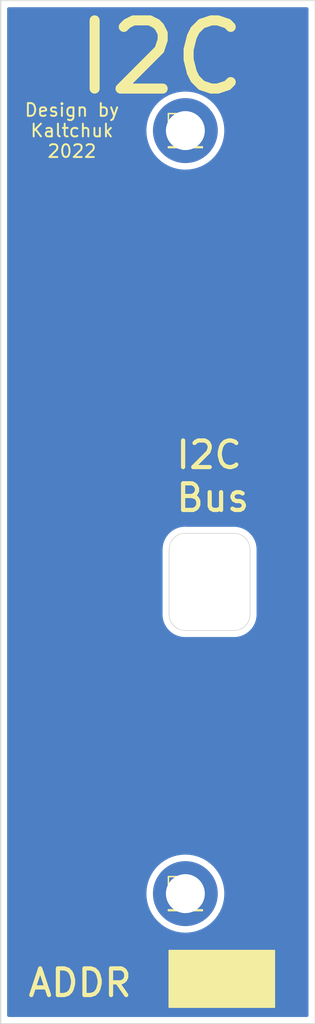
<source format=kicad_pcb>
(kicad_pcb (version 20211014) (generator pcbnew)
  (layers (0 "F.Cu" signal) (31 "B.Cu" signal) (34 "B.Paste" user) (35 "F.Paste" user) (36 "B.SilkS" user "B.Silkscreen") (37 "F.SilkS" user "F.Silkscreen") (38 "B.Mask" user) (39 "F.Mask" user) (44 "Edge.Cuts" user))
  (net 0 "")
  (footprint "Connector_PinHeader_2.54mm:PinHeader_1x01_P2.54mm_Vertical" (layer "F.Cu") (at 185.801 118.491)
    (fp_text reference "J8" hide)
    (fp_text value "fixing bolt" hide)
    (fp_line (start -1.33 -1.33) (end 0 -1.33) (layer "F.SilkS") (width 0.12))
    (fp_line (start -1.33 1.33) (end 1.33 1.33) (layer "F.SilkS") (width 0.12))
    (fp_line (start -1.33 0) (end -1.33 -1.33) (layer "F.SilkS") (width 0.12))
    (fp_line (start -1.33 1.27) (end 1.33 1.27) (layer "F.SilkS") (width 0.12))
    (fp_line (start 1.33 1.27) (end 1.33 1.33) (layer "F.SilkS") (width 0.12))
    (fp_line (start -1.33 1.27) (end -1.33 1.33) (layer "F.SilkS") (width 0.12))
    (pad "1" thru_hole circle locked (at 0 0) (size 5.08 5.08) (drill 3.048) (layers *.Cu *.Mask))
  )
  (footprint "Connector_PinHeader_2.54mm:PinHeader_1x01_P2.54mm_Vertical" (layer "F.Cu") (at 185.801 58.801)
    (fp_text reference "J7" hide)
    (fp_text value "fixing bolt" hide)
    (fp_line (start -1.33 1.33) (end 1.33 1.33) (layer "F.SilkS") (width 0.12))
    (fp_line (start -1.33 -1.33) (end 0 -1.33) (layer "F.SilkS") (width 0.12))
    (fp_line (start 1.33 1.27) (end 1.33 1.33) (layer "F.SilkS") (width 0.12))
    (fp_line (start -1.33 0) (end -1.33 -1.33) (layer "F.SilkS") (width 0.12))
    (fp_line (start -1.33 1.27) (end 1.33 1.27) (layer "F.SilkS") (width 0.12))
    (fp_line (start -1.33 1.27) (end -1.33 1.33) (layer "F.SilkS") (width 0.12))
    (pad "1" thru_hole circle locked (at 0 0) (size 5.08 5.08) (drill 3.048) (layers *.Cu *.Mask))
  )
  (gr_poly (pts (xy 192.786 127.381) (xy 184.531 127.381) (xy 184.531 122.936) (xy 192.786 122.936)) (layer "F.SilkS") (width 0.1) (fill solid))
  (gr_arc (start 184.531 91.567) (mid 184.902974 90.668974) (end 185.801 90.297) (layer "Edge.Cuts") (width 0.05))
  (gr_line (start 195.961 128.651) (end 195.961 48.641) (layer "Edge.Cuts") (width 0.05))
  (gr_arc (start 185.791974 97.907974) (mid 184.893948 97.536) (end 184.521974 96.637974) (layer "Edge.Cuts") (width 0.05))
  (gr_arc (start 189.601974 90.306026) (mid 190.5 90.678) (end 190.871974 91.576026) (layer "Edge.Cuts") (width 0.05))
  (gr_line (start 185.791974 97.907974) (end 189.601974 97.907974) (layer "Edge.Cuts") (width 0.05))
  (gr_line (start 171.323 128.651) (end 195.961 128.651) (layer "Edge.Cuts") (width 0.05))
  (gr_line (start 189.601974 90.306026) (end 185.810026 90.306026) (layer "Edge.Cuts") (width 0.05))
  (gr_line (start 184.521974 91.576026) (end 184.521974 96.637974) (layer "Edge.Cuts") (width 0.05))
  (gr_line (start 171.323 48.641) (end 195.961 48.641) (layer "Edge.Cuts") (width 0.05))
  (gr_line (start 190.871974 96.637974) (end 190.871974 91.576026) (layer "Edge.Cuts") (width 0.05))
  (gr_arc (start 190.871974 96.637974) (mid 190.5 97.536) (end 189.601974 97.907974) (layer "Edge.Cuts") (width 0.05))
  (gr_line (start 171.323 48.641) (end 171.323 128.651) (layer "Edge.Cuts") (width 0.1))
  (gr_text "I2C\nBus" (at 184.912 85.852) (layer "F.SilkS") (effects (font (size 2.0828 2.0828) (thickness 0.3302)) (justify left)))
  (gr_text "ADDR" (at 177.546 125.476) (layer "F.SilkS") (effects (font (size 2.0828 2.0828) (thickness 0.3302))))
  (gr_text "I2C" (at 183.896 53.086) (layer "F.SilkS") (effects (font (size 5.334 5.334) (thickness 0.7874))))
  (gr_text "Design by\nKaltchuk\n2022" (at 176.911 58.801) (layer "F.SilkS") (effects (font (size 1 1))))
  (zone (net 0) (net_name "") (layer "B.Cu") (connect_pads (clearance 0.508)) (min_thickness 0.254) (fill yes (thermal_gap 0.508) (thermal_bridge_width 0.508))
    (polygon (pts (xy 171.704 48.641) (xy 195.961 48.641) (xy 195.961 128.651) (xy 171.704 128.651)))
  )
)
</source>
